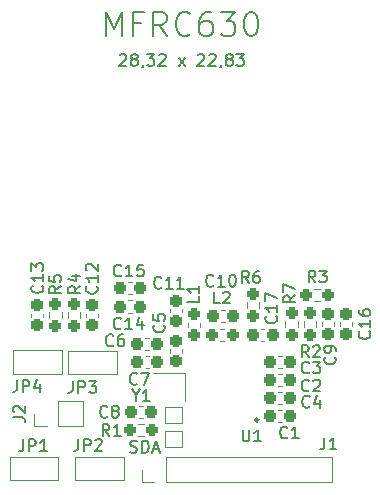
<source format=gto>
G04 #@! TF.GenerationSoftware,KiCad,Pcbnew,7.0.9*
G04 #@! TF.CreationDate,2024-04-03T14:15:52+02:00*
G04 #@! TF.ProjectId,NFC_Programmer,4e46435f-5072-46f6-9772-616d6d65722e,3.0*
G04 #@! TF.SameCoordinates,Original*
G04 #@! TF.FileFunction,Legend,Top*
G04 #@! TF.FilePolarity,Positive*
%FSLAX46Y46*%
G04 Gerber Fmt 4.6, Leading zero omitted, Abs format (unit mm)*
G04 Created by KiCad (PCBNEW 7.0.9) date 2024-04-03 14:15:52*
%MOMM*%
%LPD*%
G01*
G04 APERTURE LIST*
G04 Aperture macros list*
%AMRoundRect*
0 Rectangle with rounded corners*
0 $1 Rounding radius*
0 $2 $3 $4 $5 $6 $7 $8 $9 X,Y pos of 4 corners*
0 Add a 4 corners polygon primitive as box body*
4,1,4,$2,$3,$4,$5,$6,$7,$8,$9,$2,$3,0*
0 Add four circle primitives for the rounded corners*
1,1,$1+$1,$2,$3*
1,1,$1+$1,$4,$5*
1,1,$1+$1,$6,$7*
1,1,$1+$1,$8,$9*
0 Add four rect primitives between the rounded corners*
20,1,$1+$1,$2,$3,$4,$5,0*
20,1,$1+$1,$4,$5,$6,$7,0*
20,1,$1+$1,$6,$7,$8,$9,0*
20,1,$1+$1,$8,$9,$2,$3,0*%
G04 Aperture macros list end*
%ADD10C,0.153000*%
%ADD11C,0.120000*%
%ADD12C,0.250000*%
%ADD13RoundRect,0.237500X-0.237500X0.250000X-0.237500X-0.250000X0.237500X-0.250000X0.237500X0.250000X0*%
%ADD14RoundRect,0.237500X0.300000X0.237500X-0.300000X0.237500X-0.300000X-0.237500X0.300000X-0.237500X0*%
%ADD15RoundRect,0.237500X0.237500X-0.250000X0.237500X0.250000X-0.237500X0.250000X-0.237500X-0.250000X0*%
%ADD16R,1.000000X1.500000*%
%ADD17C,3.000000*%
%ADD18R,1.000000X1.000000*%
%ADD19R,1.350000X1.350000*%
%ADD20O,1.350000X1.350000*%
%ADD21RoundRect,0.237500X0.237500X-0.287500X0.237500X0.287500X-0.237500X0.287500X-0.237500X-0.287500X0*%
%ADD22R,0.900000X0.800000*%
%ADD23RoundRect,0.237500X0.237500X-0.300000X0.237500X0.300000X-0.237500X0.300000X-0.237500X-0.300000X0*%
%ADD24RoundRect,0.237500X-0.237500X0.300000X-0.237500X-0.300000X0.237500X-0.300000X0.237500X0.300000X0*%
%ADD25R,0.850000X0.300000*%
%ADD26R,0.300000X0.850000*%
%ADD27R,3.250000X3.250000*%
%ADD28RoundRect,0.237500X-0.300000X-0.237500X0.300000X-0.237500X0.300000X0.237500X-0.300000X0.237500X0*%
%ADD29RoundRect,0.237500X-0.250000X-0.237500X0.250000X-0.237500X0.250000X0.237500X-0.250000X0.237500X0*%
%ADD30RoundRect,0.237500X-0.287500X-0.237500X0.287500X-0.237500X0.287500X0.237500X-0.287500X0.237500X0*%
%ADD31RoundRect,0.237500X0.250000X0.237500X-0.250000X0.237500X-0.250000X-0.237500X0.250000X-0.237500X0*%
G04 APERTURE END LIST*
D10*
X134711133Y-72684901D02*
X134758752Y-72637282D01*
X134758752Y-72637282D02*
X134853990Y-72589663D01*
X134853990Y-72589663D02*
X135092085Y-72589663D01*
X135092085Y-72589663D02*
X135187323Y-72637282D01*
X135187323Y-72637282D02*
X135234942Y-72684901D01*
X135234942Y-72684901D02*
X135282561Y-72780139D01*
X135282561Y-72780139D02*
X135282561Y-72875377D01*
X135282561Y-72875377D02*
X135234942Y-73018234D01*
X135234942Y-73018234D02*
X134663514Y-73589663D01*
X134663514Y-73589663D02*
X135282561Y-73589663D01*
X135853990Y-73018234D02*
X135758752Y-72970615D01*
X135758752Y-72970615D02*
X135711133Y-72922996D01*
X135711133Y-72922996D02*
X135663514Y-72827758D01*
X135663514Y-72827758D02*
X135663514Y-72780139D01*
X135663514Y-72780139D02*
X135711133Y-72684901D01*
X135711133Y-72684901D02*
X135758752Y-72637282D01*
X135758752Y-72637282D02*
X135853990Y-72589663D01*
X135853990Y-72589663D02*
X136044466Y-72589663D01*
X136044466Y-72589663D02*
X136139704Y-72637282D01*
X136139704Y-72637282D02*
X136187323Y-72684901D01*
X136187323Y-72684901D02*
X136234942Y-72780139D01*
X136234942Y-72780139D02*
X136234942Y-72827758D01*
X136234942Y-72827758D02*
X136187323Y-72922996D01*
X136187323Y-72922996D02*
X136139704Y-72970615D01*
X136139704Y-72970615D02*
X136044466Y-73018234D01*
X136044466Y-73018234D02*
X135853990Y-73018234D01*
X135853990Y-73018234D02*
X135758752Y-73065853D01*
X135758752Y-73065853D02*
X135711133Y-73113472D01*
X135711133Y-73113472D02*
X135663514Y-73208710D01*
X135663514Y-73208710D02*
X135663514Y-73399186D01*
X135663514Y-73399186D02*
X135711133Y-73494424D01*
X135711133Y-73494424D02*
X135758752Y-73542044D01*
X135758752Y-73542044D02*
X135853990Y-73589663D01*
X135853990Y-73589663D02*
X136044466Y-73589663D01*
X136044466Y-73589663D02*
X136139704Y-73542044D01*
X136139704Y-73542044D02*
X136187323Y-73494424D01*
X136187323Y-73494424D02*
X136234942Y-73399186D01*
X136234942Y-73399186D02*
X136234942Y-73208710D01*
X136234942Y-73208710D02*
X136187323Y-73113472D01*
X136187323Y-73113472D02*
X136139704Y-73065853D01*
X136139704Y-73065853D02*
X136044466Y-73018234D01*
X136711133Y-73542044D02*
X136711133Y-73589663D01*
X136711133Y-73589663D02*
X136663514Y-73684901D01*
X136663514Y-73684901D02*
X136615895Y-73732520D01*
X137044466Y-72589663D02*
X137663513Y-72589663D01*
X137663513Y-72589663D02*
X137330180Y-72970615D01*
X137330180Y-72970615D02*
X137473037Y-72970615D01*
X137473037Y-72970615D02*
X137568275Y-73018234D01*
X137568275Y-73018234D02*
X137615894Y-73065853D01*
X137615894Y-73065853D02*
X137663513Y-73161091D01*
X137663513Y-73161091D02*
X137663513Y-73399186D01*
X137663513Y-73399186D02*
X137615894Y-73494424D01*
X137615894Y-73494424D02*
X137568275Y-73542044D01*
X137568275Y-73542044D02*
X137473037Y-73589663D01*
X137473037Y-73589663D02*
X137187323Y-73589663D01*
X137187323Y-73589663D02*
X137092085Y-73542044D01*
X137092085Y-73542044D02*
X137044466Y-73494424D01*
X138044466Y-72684901D02*
X138092085Y-72637282D01*
X138092085Y-72637282D02*
X138187323Y-72589663D01*
X138187323Y-72589663D02*
X138425418Y-72589663D01*
X138425418Y-72589663D02*
X138520656Y-72637282D01*
X138520656Y-72637282D02*
X138568275Y-72684901D01*
X138568275Y-72684901D02*
X138615894Y-72780139D01*
X138615894Y-72780139D02*
X138615894Y-72875377D01*
X138615894Y-72875377D02*
X138568275Y-73018234D01*
X138568275Y-73018234D02*
X137996847Y-73589663D01*
X137996847Y-73589663D02*
X138615894Y-73589663D01*
X139711133Y-73589663D02*
X140234942Y-72922996D01*
X139711133Y-72922996D02*
X140234942Y-73589663D01*
X141330181Y-72684901D02*
X141377800Y-72637282D01*
X141377800Y-72637282D02*
X141473038Y-72589663D01*
X141473038Y-72589663D02*
X141711133Y-72589663D01*
X141711133Y-72589663D02*
X141806371Y-72637282D01*
X141806371Y-72637282D02*
X141853990Y-72684901D01*
X141853990Y-72684901D02*
X141901609Y-72780139D01*
X141901609Y-72780139D02*
X141901609Y-72875377D01*
X141901609Y-72875377D02*
X141853990Y-73018234D01*
X141853990Y-73018234D02*
X141282562Y-73589663D01*
X141282562Y-73589663D02*
X141901609Y-73589663D01*
X142282562Y-72684901D02*
X142330181Y-72637282D01*
X142330181Y-72637282D02*
X142425419Y-72589663D01*
X142425419Y-72589663D02*
X142663514Y-72589663D01*
X142663514Y-72589663D02*
X142758752Y-72637282D01*
X142758752Y-72637282D02*
X142806371Y-72684901D01*
X142806371Y-72684901D02*
X142853990Y-72780139D01*
X142853990Y-72780139D02*
X142853990Y-72875377D01*
X142853990Y-72875377D02*
X142806371Y-73018234D01*
X142806371Y-73018234D02*
X142234943Y-73589663D01*
X142234943Y-73589663D02*
X142853990Y-73589663D01*
X143330181Y-73542044D02*
X143330181Y-73589663D01*
X143330181Y-73589663D02*
X143282562Y-73684901D01*
X143282562Y-73684901D02*
X143234943Y-73732520D01*
X143901609Y-73018234D02*
X143806371Y-72970615D01*
X143806371Y-72970615D02*
X143758752Y-72922996D01*
X143758752Y-72922996D02*
X143711133Y-72827758D01*
X143711133Y-72827758D02*
X143711133Y-72780139D01*
X143711133Y-72780139D02*
X143758752Y-72684901D01*
X143758752Y-72684901D02*
X143806371Y-72637282D01*
X143806371Y-72637282D02*
X143901609Y-72589663D01*
X143901609Y-72589663D02*
X144092085Y-72589663D01*
X144092085Y-72589663D02*
X144187323Y-72637282D01*
X144187323Y-72637282D02*
X144234942Y-72684901D01*
X144234942Y-72684901D02*
X144282561Y-72780139D01*
X144282561Y-72780139D02*
X144282561Y-72827758D01*
X144282561Y-72827758D02*
X144234942Y-72922996D01*
X144234942Y-72922996D02*
X144187323Y-72970615D01*
X144187323Y-72970615D02*
X144092085Y-73018234D01*
X144092085Y-73018234D02*
X143901609Y-73018234D01*
X143901609Y-73018234D02*
X143806371Y-73065853D01*
X143806371Y-73065853D02*
X143758752Y-73113472D01*
X143758752Y-73113472D02*
X143711133Y-73208710D01*
X143711133Y-73208710D02*
X143711133Y-73399186D01*
X143711133Y-73399186D02*
X143758752Y-73494424D01*
X143758752Y-73494424D02*
X143806371Y-73542044D01*
X143806371Y-73542044D02*
X143901609Y-73589663D01*
X143901609Y-73589663D02*
X144092085Y-73589663D01*
X144092085Y-73589663D02*
X144187323Y-73542044D01*
X144187323Y-73542044D02*
X144234942Y-73494424D01*
X144234942Y-73494424D02*
X144282561Y-73399186D01*
X144282561Y-73399186D02*
X144282561Y-73208710D01*
X144282561Y-73208710D02*
X144234942Y-73113472D01*
X144234942Y-73113472D02*
X144187323Y-73065853D01*
X144187323Y-73065853D02*
X144092085Y-73018234D01*
X144615895Y-72589663D02*
X145234942Y-72589663D01*
X145234942Y-72589663D02*
X144901609Y-72970615D01*
X144901609Y-72970615D02*
X145044466Y-72970615D01*
X145044466Y-72970615D02*
X145139704Y-73018234D01*
X145139704Y-73018234D02*
X145187323Y-73065853D01*
X145187323Y-73065853D02*
X145234942Y-73161091D01*
X145234942Y-73161091D02*
X145234942Y-73399186D01*
X145234942Y-73399186D02*
X145187323Y-73494424D01*
X145187323Y-73494424D02*
X145139704Y-73542044D01*
X145139704Y-73542044D02*
X145044466Y-73589663D01*
X145044466Y-73589663D02*
X144758752Y-73589663D01*
X144758752Y-73589663D02*
X144663514Y-73542044D01*
X144663514Y-73542044D02*
X144615895Y-73494424D01*
X133566847Y-71047282D02*
X133566847Y-69047282D01*
X133566847Y-69047282D02*
X134233514Y-70475853D01*
X134233514Y-70475853D02*
X134900180Y-69047282D01*
X134900180Y-69047282D02*
X134900180Y-71047282D01*
X136519228Y-69999663D02*
X135852561Y-69999663D01*
X135852561Y-71047282D02*
X135852561Y-69047282D01*
X135852561Y-69047282D02*
X136804942Y-69047282D01*
X138709704Y-71047282D02*
X138043037Y-70094901D01*
X137566847Y-71047282D02*
X137566847Y-69047282D01*
X137566847Y-69047282D02*
X138328752Y-69047282D01*
X138328752Y-69047282D02*
X138519228Y-69142520D01*
X138519228Y-69142520D02*
X138614466Y-69237758D01*
X138614466Y-69237758D02*
X138709704Y-69428234D01*
X138709704Y-69428234D02*
X138709704Y-69713948D01*
X138709704Y-69713948D02*
X138614466Y-69904424D01*
X138614466Y-69904424D02*
X138519228Y-69999663D01*
X138519228Y-69999663D02*
X138328752Y-70094901D01*
X138328752Y-70094901D02*
X137566847Y-70094901D01*
X140709704Y-70856805D02*
X140614466Y-70952044D01*
X140614466Y-70952044D02*
X140328752Y-71047282D01*
X140328752Y-71047282D02*
X140138276Y-71047282D01*
X140138276Y-71047282D02*
X139852561Y-70952044D01*
X139852561Y-70952044D02*
X139662085Y-70761567D01*
X139662085Y-70761567D02*
X139566847Y-70571091D01*
X139566847Y-70571091D02*
X139471609Y-70190139D01*
X139471609Y-70190139D02*
X139471609Y-69904424D01*
X139471609Y-69904424D02*
X139566847Y-69523472D01*
X139566847Y-69523472D02*
X139662085Y-69332996D01*
X139662085Y-69332996D02*
X139852561Y-69142520D01*
X139852561Y-69142520D02*
X140138276Y-69047282D01*
X140138276Y-69047282D02*
X140328752Y-69047282D01*
X140328752Y-69047282D02*
X140614466Y-69142520D01*
X140614466Y-69142520D02*
X140709704Y-69237758D01*
X142423990Y-69047282D02*
X142043037Y-69047282D01*
X142043037Y-69047282D02*
X141852561Y-69142520D01*
X141852561Y-69142520D02*
X141757323Y-69237758D01*
X141757323Y-69237758D02*
X141566847Y-69523472D01*
X141566847Y-69523472D02*
X141471609Y-69904424D01*
X141471609Y-69904424D02*
X141471609Y-70666329D01*
X141471609Y-70666329D02*
X141566847Y-70856805D01*
X141566847Y-70856805D02*
X141662085Y-70952044D01*
X141662085Y-70952044D02*
X141852561Y-71047282D01*
X141852561Y-71047282D02*
X142233514Y-71047282D01*
X142233514Y-71047282D02*
X142423990Y-70952044D01*
X142423990Y-70952044D02*
X142519228Y-70856805D01*
X142519228Y-70856805D02*
X142614466Y-70666329D01*
X142614466Y-70666329D02*
X142614466Y-70190139D01*
X142614466Y-70190139D02*
X142519228Y-69999663D01*
X142519228Y-69999663D02*
X142423990Y-69904424D01*
X142423990Y-69904424D02*
X142233514Y-69809186D01*
X142233514Y-69809186D02*
X141852561Y-69809186D01*
X141852561Y-69809186D02*
X141662085Y-69904424D01*
X141662085Y-69904424D02*
X141566847Y-69999663D01*
X141566847Y-69999663D02*
X141471609Y-70190139D01*
X143281133Y-69047282D02*
X144519228Y-69047282D01*
X144519228Y-69047282D02*
X143852561Y-69809186D01*
X143852561Y-69809186D02*
X144138276Y-69809186D01*
X144138276Y-69809186D02*
X144328752Y-69904424D01*
X144328752Y-69904424D02*
X144423990Y-69999663D01*
X144423990Y-69999663D02*
X144519228Y-70190139D01*
X144519228Y-70190139D02*
X144519228Y-70666329D01*
X144519228Y-70666329D02*
X144423990Y-70856805D01*
X144423990Y-70856805D02*
X144328752Y-70952044D01*
X144328752Y-70952044D02*
X144138276Y-71047282D01*
X144138276Y-71047282D02*
X143566847Y-71047282D01*
X143566847Y-71047282D02*
X143376371Y-70952044D01*
X143376371Y-70952044D02*
X143281133Y-70856805D01*
X145757323Y-69047282D02*
X145947800Y-69047282D01*
X145947800Y-69047282D02*
X146138276Y-69142520D01*
X146138276Y-69142520D02*
X146233514Y-69237758D01*
X146233514Y-69237758D02*
X146328752Y-69428234D01*
X146328752Y-69428234D02*
X146423990Y-69809186D01*
X146423990Y-69809186D02*
X146423990Y-70285377D01*
X146423990Y-70285377D02*
X146328752Y-70666329D01*
X146328752Y-70666329D02*
X146233514Y-70856805D01*
X146233514Y-70856805D02*
X146138276Y-70952044D01*
X146138276Y-70952044D02*
X145947800Y-71047282D01*
X145947800Y-71047282D02*
X145757323Y-71047282D01*
X145757323Y-71047282D02*
X145566847Y-70952044D01*
X145566847Y-70952044D02*
X145471609Y-70856805D01*
X145471609Y-70856805D02*
X145376371Y-70666329D01*
X145376371Y-70666329D02*
X145281133Y-70285377D01*
X145281133Y-70285377D02*
X145281133Y-69809186D01*
X145281133Y-69809186D02*
X145376371Y-69428234D01*
X145376371Y-69428234D02*
X145471609Y-69237758D01*
X145471609Y-69237758D02*
X145566847Y-69142520D01*
X145566847Y-69142520D02*
X145757323Y-69047282D01*
X150728333Y-98264663D02*
X150395000Y-97788472D01*
X150156905Y-98264663D02*
X150156905Y-97264663D01*
X150156905Y-97264663D02*
X150537857Y-97264663D01*
X150537857Y-97264663D02*
X150633095Y-97312282D01*
X150633095Y-97312282D02*
X150680714Y-97359901D01*
X150680714Y-97359901D02*
X150728333Y-97455139D01*
X150728333Y-97455139D02*
X150728333Y-97597996D01*
X150728333Y-97597996D02*
X150680714Y-97693234D01*
X150680714Y-97693234D02*
X150633095Y-97740853D01*
X150633095Y-97740853D02*
X150537857Y-97788472D01*
X150537857Y-97788472D02*
X150156905Y-97788472D01*
X151109286Y-97359901D02*
X151156905Y-97312282D01*
X151156905Y-97312282D02*
X151252143Y-97264663D01*
X151252143Y-97264663D02*
X151490238Y-97264663D01*
X151490238Y-97264663D02*
X151585476Y-97312282D01*
X151585476Y-97312282D02*
X151633095Y-97359901D01*
X151633095Y-97359901D02*
X151680714Y-97455139D01*
X151680714Y-97455139D02*
X151680714Y-97550377D01*
X151680714Y-97550377D02*
X151633095Y-97693234D01*
X151633095Y-97693234D02*
X151061667Y-98264663D01*
X151061667Y-98264663D02*
X151680714Y-98264663D01*
X147963674Y-94782857D02*
X148011294Y-94830476D01*
X148011294Y-94830476D02*
X148058913Y-94973333D01*
X148058913Y-94973333D02*
X148058913Y-95068571D01*
X148058913Y-95068571D02*
X148011294Y-95211428D01*
X148011294Y-95211428D02*
X147916055Y-95306666D01*
X147916055Y-95306666D02*
X147820817Y-95354285D01*
X147820817Y-95354285D02*
X147630341Y-95401904D01*
X147630341Y-95401904D02*
X147487484Y-95401904D01*
X147487484Y-95401904D02*
X147297008Y-95354285D01*
X147297008Y-95354285D02*
X147201770Y-95306666D01*
X147201770Y-95306666D02*
X147106532Y-95211428D01*
X147106532Y-95211428D02*
X147058913Y-95068571D01*
X147058913Y-95068571D02*
X147058913Y-94973333D01*
X147058913Y-94973333D02*
X147106532Y-94830476D01*
X147106532Y-94830476D02*
X147154151Y-94782857D01*
X148058913Y-93830476D02*
X148058913Y-94401904D01*
X148058913Y-94116190D02*
X147058913Y-94116190D01*
X147058913Y-94116190D02*
X147201770Y-94211428D01*
X147201770Y-94211428D02*
X147297008Y-94306666D01*
X147297008Y-94306666D02*
X147344627Y-94401904D01*
X147058913Y-93497142D02*
X147058913Y-92830476D01*
X147058913Y-92830476D02*
X148058913Y-93259047D01*
X145657583Y-91974663D02*
X145324250Y-91498472D01*
X145086155Y-91974663D02*
X145086155Y-90974663D01*
X145086155Y-90974663D02*
X145467107Y-90974663D01*
X145467107Y-90974663D02*
X145562345Y-91022282D01*
X145562345Y-91022282D02*
X145609964Y-91069901D01*
X145609964Y-91069901D02*
X145657583Y-91165139D01*
X145657583Y-91165139D02*
X145657583Y-91307996D01*
X145657583Y-91307996D02*
X145609964Y-91403234D01*
X145609964Y-91403234D02*
X145562345Y-91450853D01*
X145562345Y-91450853D02*
X145467107Y-91498472D01*
X145467107Y-91498472D02*
X145086155Y-91498472D01*
X146514726Y-90974663D02*
X146324250Y-90974663D01*
X146324250Y-90974663D02*
X146229012Y-91022282D01*
X146229012Y-91022282D02*
X146181393Y-91069901D01*
X146181393Y-91069901D02*
X146086155Y-91212758D01*
X146086155Y-91212758D02*
X146038536Y-91403234D01*
X146038536Y-91403234D02*
X146038536Y-91784186D01*
X146038536Y-91784186D02*
X146086155Y-91879424D01*
X146086155Y-91879424D02*
X146133774Y-91927044D01*
X146133774Y-91927044D02*
X146229012Y-91974663D01*
X146229012Y-91974663D02*
X146419488Y-91974663D01*
X146419488Y-91974663D02*
X146514726Y-91927044D01*
X146514726Y-91927044D02*
X146562345Y-91879424D01*
X146562345Y-91879424D02*
X146609964Y-91784186D01*
X146609964Y-91784186D02*
X146609964Y-91546091D01*
X146609964Y-91546091D02*
X146562345Y-91450853D01*
X146562345Y-91450853D02*
X146514726Y-91403234D01*
X146514726Y-91403234D02*
X146419488Y-91355615D01*
X146419488Y-91355615D02*
X146229012Y-91355615D01*
X146229012Y-91355615D02*
X146133774Y-91403234D01*
X146133774Y-91403234D02*
X146086155Y-91450853D01*
X146086155Y-91450853D02*
X146038536Y-91546091D01*
X130751666Y-100284663D02*
X130751666Y-100998948D01*
X130751666Y-100998948D02*
X130704047Y-101141805D01*
X130704047Y-101141805D02*
X130608809Y-101237044D01*
X130608809Y-101237044D02*
X130465952Y-101284663D01*
X130465952Y-101284663D02*
X130370714Y-101284663D01*
X131227857Y-101284663D02*
X131227857Y-100284663D01*
X131227857Y-100284663D02*
X131608809Y-100284663D01*
X131608809Y-100284663D02*
X131704047Y-100332282D01*
X131704047Y-100332282D02*
X131751666Y-100379901D01*
X131751666Y-100379901D02*
X131799285Y-100475139D01*
X131799285Y-100475139D02*
X131799285Y-100617996D01*
X131799285Y-100617996D02*
X131751666Y-100713234D01*
X131751666Y-100713234D02*
X131704047Y-100760853D01*
X131704047Y-100760853D02*
X131608809Y-100808472D01*
X131608809Y-100808472D02*
X131227857Y-100808472D01*
X132132619Y-100284663D02*
X132751666Y-100284663D01*
X132751666Y-100284663D02*
X132418333Y-100665615D01*
X132418333Y-100665615D02*
X132561190Y-100665615D01*
X132561190Y-100665615D02*
X132656428Y-100713234D01*
X132656428Y-100713234D02*
X132704047Y-100760853D01*
X132704047Y-100760853D02*
X132751666Y-100856091D01*
X132751666Y-100856091D02*
X132751666Y-101094186D01*
X132751666Y-101094186D02*
X132704047Y-101189424D01*
X132704047Y-101189424D02*
X132656428Y-101237044D01*
X132656428Y-101237044D02*
X132561190Y-101284663D01*
X132561190Y-101284663D02*
X132275476Y-101284663D01*
X132275476Y-101284663D02*
X132180238Y-101237044D01*
X132180238Y-101237044D02*
X132132619Y-101189424D01*
X134173333Y-97239424D02*
X134125714Y-97287044D01*
X134125714Y-97287044D02*
X133982857Y-97334663D01*
X133982857Y-97334663D02*
X133887619Y-97334663D01*
X133887619Y-97334663D02*
X133744762Y-97287044D01*
X133744762Y-97287044D02*
X133649524Y-97191805D01*
X133649524Y-97191805D02*
X133601905Y-97096567D01*
X133601905Y-97096567D02*
X133554286Y-96906091D01*
X133554286Y-96906091D02*
X133554286Y-96763234D01*
X133554286Y-96763234D02*
X133601905Y-96572758D01*
X133601905Y-96572758D02*
X133649524Y-96477520D01*
X133649524Y-96477520D02*
X133744762Y-96382282D01*
X133744762Y-96382282D02*
X133887619Y-96334663D01*
X133887619Y-96334663D02*
X133982857Y-96334663D01*
X133982857Y-96334663D02*
X134125714Y-96382282D01*
X134125714Y-96382282D02*
X134173333Y-96429901D01*
X135030476Y-96334663D02*
X134840000Y-96334663D01*
X134840000Y-96334663D02*
X134744762Y-96382282D01*
X134744762Y-96382282D02*
X134697143Y-96429901D01*
X134697143Y-96429901D02*
X134601905Y-96572758D01*
X134601905Y-96572758D02*
X134554286Y-96763234D01*
X134554286Y-96763234D02*
X134554286Y-97144186D01*
X134554286Y-97144186D02*
X134601905Y-97239424D01*
X134601905Y-97239424D02*
X134649524Y-97287044D01*
X134649524Y-97287044D02*
X134744762Y-97334663D01*
X134744762Y-97334663D02*
X134935238Y-97334663D01*
X134935238Y-97334663D02*
X135030476Y-97287044D01*
X135030476Y-97287044D02*
X135078095Y-97239424D01*
X135078095Y-97239424D02*
X135125714Y-97144186D01*
X135125714Y-97144186D02*
X135125714Y-96906091D01*
X135125714Y-96906091D02*
X135078095Y-96810853D01*
X135078095Y-96810853D02*
X135030476Y-96763234D01*
X135030476Y-96763234D02*
X134935238Y-96715615D01*
X134935238Y-96715615D02*
X134744762Y-96715615D01*
X134744762Y-96715615D02*
X134649524Y-96763234D01*
X134649524Y-96763234D02*
X134601905Y-96810853D01*
X134601905Y-96810853D02*
X134554286Y-96906091D01*
X125714663Y-103353333D02*
X126428948Y-103353333D01*
X126428948Y-103353333D02*
X126571805Y-103400952D01*
X126571805Y-103400952D02*
X126667044Y-103496190D01*
X126667044Y-103496190D02*
X126714663Y-103639047D01*
X126714663Y-103639047D02*
X126714663Y-103734285D01*
X125809901Y-102924761D02*
X125762282Y-102877142D01*
X125762282Y-102877142D02*
X125714663Y-102781904D01*
X125714663Y-102781904D02*
X125714663Y-102543809D01*
X125714663Y-102543809D02*
X125762282Y-102448571D01*
X125762282Y-102448571D02*
X125809901Y-102400952D01*
X125809901Y-102400952D02*
X125905139Y-102353333D01*
X125905139Y-102353333D02*
X126000377Y-102353333D01*
X126000377Y-102353333D02*
X126143234Y-102400952D01*
X126143234Y-102400952D02*
X126714663Y-102972380D01*
X126714663Y-102972380D02*
X126714663Y-102353333D01*
X141448913Y-93101666D02*
X141448913Y-93577856D01*
X141448913Y-93577856D02*
X140448913Y-93577856D01*
X141448913Y-92244523D02*
X141448913Y-92815951D01*
X141448913Y-92530237D02*
X140448913Y-92530237D01*
X140448913Y-92530237D02*
X140591770Y-92625475D01*
X140591770Y-92625475D02*
X140687008Y-92720713D01*
X140687008Y-92720713D02*
X140734627Y-92815951D01*
X134827142Y-95809424D02*
X134779523Y-95857044D01*
X134779523Y-95857044D02*
X134636666Y-95904663D01*
X134636666Y-95904663D02*
X134541428Y-95904663D01*
X134541428Y-95904663D02*
X134398571Y-95857044D01*
X134398571Y-95857044D02*
X134303333Y-95761805D01*
X134303333Y-95761805D02*
X134255714Y-95666567D01*
X134255714Y-95666567D02*
X134208095Y-95476091D01*
X134208095Y-95476091D02*
X134208095Y-95333234D01*
X134208095Y-95333234D02*
X134255714Y-95142758D01*
X134255714Y-95142758D02*
X134303333Y-95047520D01*
X134303333Y-95047520D02*
X134398571Y-94952282D01*
X134398571Y-94952282D02*
X134541428Y-94904663D01*
X134541428Y-94904663D02*
X134636666Y-94904663D01*
X134636666Y-94904663D02*
X134779523Y-94952282D01*
X134779523Y-94952282D02*
X134827142Y-94999901D01*
X135779523Y-95904663D02*
X135208095Y-95904663D01*
X135493809Y-95904663D02*
X135493809Y-94904663D01*
X135493809Y-94904663D02*
X135398571Y-95047520D01*
X135398571Y-95047520D02*
X135303333Y-95142758D01*
X135303333Y-95142758D02*
X135208095Y-95190377D01*
X136636666Y-95237996D02*
X136636666Y-95904663D01*
X136398571Y-94857044D02*
X136160476Y-95571329D01*
X136160476Y-95571329D02*
X136779523Y-95571329D01*
X136085559Y-101498472D02*
X136085559Y-101974663D01*
X135752226Y-100974663D02*
X136085559Y-101498472D01*
X136085559Y-101498472D02*
X136418892Y-100974663D01*
X137276035Y-101974663D02*
X136704607Y-101974663D01*
X136990321Y-101974663D02*
X136990321Y-100974663D01*
X136990321Y-100974663D02*
X136895083Y-101117520D01*
X136895083Y-101117520D02*
X136799845Y-101212758D01*
X136799845Y-101212758D02*
X136704607Y-101260377D01*
X138454424Y-95536666D02*
X138502044Y-95584285D01*
X138502044Y-95584285D02*
X138549663Y-95727142D01*
X138549663Y-95727142D02*
X138549663Y-95822380D01*
X138549663Y-95822380D02*
X138502044Y-95965237D01*
X138502044Y-95965237D02*
X138406805Y-96060475D01*
X138406805Y-96060475D02*
X138311567Y-96108094D01*
X138311567Y-96108094D02*
X138121091Y-96155713D01*
X138121091Y-96155713D02*
X137978234Y-96155713D01*
X137978234Y-96155713D02*
X137787758Y-96108094D01*
X137787758Y-96108094D02*
X137692520Y-96060475D01*
X137692520Y-96060475D02*
X137597282Y-95965237D01*
X137597282Y-95965237D02*
X137549663Y-95822380D01*
X137549663Y-95822380D02*
X137549663Y-95727142D01*
X137549663Y-95727142D02*
X137597282Y-95584285D01*
X137597282Y-95584285D02*
X137644901Y-95536666D01*
X137549663Y-94631904D02*
X137549663Y-95108094D01*
X137549663Y-95108094D02*
X138025853Y-95155713D01*
X138025853Y-95155713D02*
X137978234Y-95108094D01*
X137978234Y-95108094D02*
X137930615Y-95012856D01*
X137930615Y-95012856D02*
X137930615Y-94774761D01*
X137930615Y-94774761D02*
X137978234Y-94679523D01*
X137978234Y-94679523D02*
X138025853Y-94631904D01*
X138025853Y-94631904D02*
X138121091Y-94584285D01*
X138121091Y-94584285D02*
X138359186Y-94584285D01*
X138359186Y-94584285D02*
X138454424Y-94631904D01*
X138454424Y-94631904D02*
X138502044Y-94679523D01*
X138502044Y-94679523D02*
X138549663Y-94774761D01*
X138549663Y-94774761D02*
X138549663Y-95012856D01*
X138549663Y-95012856D02*
X138502044Y-95108094D01*
X138502044Y-95108094D02*
X138454424Y-95155713D01*
X138251392Y-92359424D02*
X138203773Y-92407044D01*
X138203773Y-92407044D02*
X138060916Y-92454663D01*
X138060916Y-92454663D02*
X137965678Y-92454663D01*
X137965678Y-92454663D02*
X137822821Y-92407044D01*
X137822821Y-92407044D02*
X137727583Y-92311805D01*
X137727583Y-92311805D02*
X137679964Y-92216567D01*
X137679964Y-92216567D02*
X137632345Y-92026091D01*
X137632345Y-92026091D02*
X137632345Y-91883234D01*
X137632345Y-91883234D02*
X137679964Y-91692758D01*
X137679964Y-91692758D02*
X137727583Y-91597520D01*
X137727583Y-91597520D02*
X137822821Y-91502282D01*
X137822821Y-91502282D02*
X137965678Y-91454663D01*
X137965678Y-91454663D02*
X138060916Y-91454663D01*
X138060916Y-91454663D02*
X138203773Y-91502282D01*
X138203773Y-91502282D02*
X138251392Y-91549901D01*
X139203773Y-92454663D02*
X138632345Y-92454663D01*
X138918059Y-92454663D02*
X138918059Y-91454663D01*
X138918059Y-91454663D02*
X138822821Y-91597520D01*
X138822821Y-91597520D02*
X138727583Y-91692758D01*
X138727583Y-91692758D02*
X138632345Y-91740377D01*
X140156154Y-92454663D02*
X139584726Y-92454663D01*
X139870440Y-92454663D02*
X139870440Y-91454663D01*
X139870440Y-91454663D02*
X139775202Y-91597520D01*
X139775202Y-91597520D02*
X139679964Y-91692758D01*
X139679964Y-91692758D02*
X139584726Y-91740377D01*
X145128095Y-104384663D02*
X145128095Y-105194186D01*
X145128095Y-105194186D02*
X145175714Y-105289424D01*
X145175714Y-105289424D02*
X145223333Y-105337044D01*
X145223333Y-105337044D02*
X145318571Y-105384663D01*
X145318571Y-105384663D02*
X145509047Y-105384663D01*
X145509047Y-105384663D02*
X145604285Y-105337044D01*
X145604285Y-105337044D02*
X145651904Y-105289424D01*
X145651904Y-105289424D02*
X145699523Y-105194186D01*
X145699523Y-105194186D02*
X145699523Y-104384663D01*
X146699523Y-105384663D02*
X146128095Y-105384663D01*
X146413809Y-105384663D02*
X146413809Y-104384663D01*
X146413809Y-104384663D02*
X146318571Y-104527520D01*
X146318571Y-104527520D02*
X146223333Y-104622758D01*
X146223333Y-104622758D02*
X146128095Y-104670377D01*
X152066666Y-105074663D02*
X152066666Y-105788948D01*
X152066666Y-105788948D02*
X152019047Y-105931805D01*
X152019047Y-105931805D02*
X151923809Y-106027044D01*
X151923809Y-106027044D02*
X151780952Y-106074663D01*
X151780952Y-106074663D02*
X151685714Y-106074663D01*
X153066666Y-106074663D02*
X152495238Y-106074663D01*
X152780952Y-106074663D02*
X152780952Y-105074663D01*
X152780952Y-105074663D02*
X152685714Y-105217520D01*
X152685714Y-105217520D02*
X152590476Y-105312758D01*
X152590476Y-105312758D02*
X152495238Y-105360377D01*
X131389663Y-92229166D02*
X130913472Y-92562499D01*
X131389663Y-92800594D02*
X130389663Y-92800594D01*
X130389663Y-92800594D02*
X130389663Y-92419642D01*
X130389663Y-92419642D02*
X130437282Y-92324404D01*
X130437282Y-92324404D02*
X130484901Y-92276785D01*
X130484901Y-92276785D02*
X130580139Y-92229166D01*
X130580139Y-92229166D02*
X130722996Y-92229166D01*
X130722996Y-92229166D02*
X130818234Y-92276785D01*
X130818234Y-92276785D02*
X130865853Y-92324404D01*
X130865853Y-92324404D02*
X130913472Y-92419642D01*
X130913472Y-92419642D02*
X130913472Y-92800594D01*
X130722996Y-91372023D02*
X131389663Y-91372023D01*
X130342044Y-91610118D02*
X131056329Y-91848213D01*
X131056329Y-91848213D02*
X131056329Y-91229166D01*
X152944424Y-98246666D02*
X152992044Y-98294285D01*
X152992044Y-98294285D02*
X153039663Y-98437142D01*
X153039663Y-98437142D02*
X153039663Y-98532380D01*
X153039663Y-98532380D02*
X152992044Y-98675237D01*
X152992044Y-98675237D02*
X152896805Y-98770475D01*
X152896805Y-98770475D02*
X152801567Y-98818094D01*
X152801567Y-98818094D02*
X152611091Y-98865713D01*
X152611091Y-98865713D02*
X152468234Y-98865713D01*
X152468234Y-98865713D02*
X152277758Y-98818094D01*
X152277758Y-98818094D02*
X152182520Y-98770475D01*
X152182520Y-98770475D02*
X152087282Y-98675237D01*
X152087282Y-98675237D02*
X152039663Y-98532380D01*
X152039663Y-98532380D02*
X152039663Y-98437142D01*
X152039663Y-98437142D02*
X152087282Y-98294285D01*
X152087282Y-98294285D02*
X152134901Y-98246666D01*
X153039663Y-97770475D02*
X153039663Y-97579999D01*
X153039663Y-97579999D02*
X152992044Y-97484761D01*
X152992044Y-97484761D02*
X152944424Y-97437142D01*
X152944424Y-97437142D02*
X152801567Y-97341904D01*
X152801567Y-97341904D02*
X152611091Y-97294285D01*
X152611091Y-97294285D02*
X152230139Y-97294285D01*
X152230139Y-97294285D02*
X152134901Y-97341904D01*
X152134901Y-97341904D02*
X152087282Y-97389523D01*
X152087282Y-97389523D02*
X152039663Y-97484761D01*
X152039663Y-97484761D02*
X152039663Y-97675237D01*
X152039663Y-97675237D02*
X152087282Y-97770475D01*
X152087282Y-97770475D02*
X152134901Y-97818094D01*
X152134901Y-97818094D02*
X152230139Y-97865713D01*
X152230139Y-97865713D02*
X152468234Y-97865713D01*
X152468234Y-97865713D02*
X152563472Y-97818094D01*
X152563472Y-97818094D02*
X152611091Y-97770475D01*
X152611091Y-97770475D02*
X152658710Y-97675237D01*
X152658710Y-97675237D02*
X152658710Y-97484761D01*
X152658710Y-97484761D02*
X152611091Y-97389523D01*
X152611091Y-97389523D02*
X152563472Y-97341904D01*
X152563472Y-97341904D02*
X152468234Y-97294285D01*
X134857142Y-91319424D02*
X134809523Y-91367044D01*
X134809523Y-91367044D02*
X134666666Y-91414663D01*
X134666666Y-91414663D02*
X134571428Y-91414663D01*
X134571428Y-91414663D02*
X134428571Y-91367044D01*
X134428571Y-91367044D02*
X134333333Y-91271805D01*
X134333333Y-91271805D02*
X134285714Y-91176567D01*
X134285714Y-91176567D02*
X134238095Y-90986091D01*
X134238095Y-90986091D02*
X134238095Y-90843234D01*
X134238095Y-90843234D02*
X134285714Y-90652758D01*
X134285714Y-90652758D02*
X134333333Y-90557520D01*
X134333333Y-90557520D02*
X134428571Y-90462282D01*
X134428571Y-90462282D02*
X134571428Y-90414663D01*
X134571428Y-90414663D02*
X134666666Y-90414663D01*
X134666666Y-90414663D02*
X134809523Y-90462282D01*
X134809523Y-90462282D02*
X134857142Y-90509901D01*
X135809523Y-91414663D02*
X135238095Y-91414663D01*
X135523809Y-91414663D02*
X135523809Y-90414663D01*
X135523809Y-90414663D02*
X135428571Y-90557520D01*
X135428571Y-90557520D02*
X135333333Y-90652758D01*
X135333333Y-90652758D02*
X135238095Y-90700377D01*
X136714285Y-90414663D02*
X136238095Y-90414663D01*
X136238095Y-90414663D02*
X136190476Y-90890853D01*
X136190476Y-90890853D02*
X136238095Y-90843234D01*
X136238095Y-90843234D02*
X136333333Y-90795615D01*
X136333333Y-90795615D02*
X136571428Y-90795615D01*
X136571428Y-90795615D02*
X136666666Y-90843234D01*
X136666666Y-90843234D02*
X136714285Y-90890853D01*
X136714285Y-90890853D02*
X136761904Y-90986091D01*
X136761904Y-90986091D02*
X136761904Y-91224186D01*
X136761904Y-91224186D02*
X136714285Y-91319424D01*
X136714285Y-91319424D02*
X136666666Y-91367044D01*
X136666666Y-91367044D02*
X136571428Y-91414663D01*
X136571428Y-91414663D02*
X136333333Y-91414663D01*
X136333333Y-91414663D02*
X136238095Y-91367044D01*
X136238095Y-91367044D02*
X136190476Y-91319424D01*
X150773333Y-99539424D02*
X150725714Y-99587044D01*
X150725714Y-99587044D02*
X150582857Y-99634663D01*
X150582857Y-99634663D02*
X150487619Y-99634663D01*
X150487619Y-99634663D02*
X150344762Y-99587044D01*
X150344762Y-99587044D02*
X150249524Y-99491805D01*
X150249524Y-99491805D02*
X150201905Y-99396567D01*
X150201905Y-99396567D02*
X150154286Y-99206091D01*
X150154286Y-99206091D02*
X150154286Y-99063234D01*
X150154286Y-99063234D02*
X150201905Y-98872758D01*
X150201905Y-98872758D02*
X150249524Y-98777520D01*
X150249524Y-98777520D02*
X150344762Y-98682282D01*
X150344762Y-98682282D02*
X150487619Y-98634663D01*
X150487619Y-98634663D02*
X150582857Y-98634663D01*
X150582857Y-98634663D02*
X150725714Y-98682282D01*
X150725714Y-98682282D02*
X150773333Y-98729901D01*
X151106667Y-98634663D02*
X151725714Y-98634663D01*
X151725714Y-98634663D02*
X151392381Y-99015615D01*
X151392381Y-99015615D02*
X151535238Y-99015615D01*
X151535238Y-99015615D02*
X151630476Y-99063234D01*
X151630476Y-99063234D02*
X151678095Y-99110853D01*
X151678095Y-99110853D02*
X151725714Y-99206091D01*
X151725714Y-99206091D02*
X151725714Y-99444186D01*
X151725714Y-99444186D02*
X151678095Y-99539424D01*
X151678095Y-99539424D02*
X151630476Y-99587044D01*
X151630476Y-99587044D02*
X151535238Y-99634663D01*
X151535238Y-99634663D02*
X151249524Y-99634663D01*
X151249524Y-99634663D02*
X151154286Y-99587044D01*
X151154286Y-99587044D02*
X151106667Y-99539424D01*
X150753333Y-101069424D02*
X150705714Y-101117044D01*
X150705714Y-101117044D02*
X150562857Y-101164663D01*
X150562857Y-101164663D02*
X150467619Y-101164663D01*
X150467619Y-101164663D02*
X150324762Y-101117044D01*
X150324762Y-101117044D02*
X150229524Y-101021805D01*
X150229524Y-101021805D02*
X150181905Y-100926567D01*
X150181905Y-100926567D02*
X150134286Y-100736091D01*
X150134286Y-100736091D02*
X150134286Y-100593234D01*
X150134286Y-100593234D02*
X150181905Y-100402758D01*
X150181905Y-100402758D02*
X150229524Y-100307520D01*
X150229524Y-100307520D02*
X150324762Y-100212282D01*
X150324762Y-100212282D02*
X150467619Y-100164663D01*
X150467619Y-100164663D02*
X150562857Y-100164663D01*
X150562857Y-100164663D02*
X150705714Y-100212282D01*
X150705714Y-100212282D02*
X150753333Y-100259901D01*
X151134286Y-100259901D02*
X151181905Y-100212282D01*
X151181905Y-100212282D02*
X151277143Y-100164663D01*
X151277143Y-100164663D02*
X151515238Y-100164663D01*
X151515238Y-100164663D02*
X151610476Y-100212282D01*
X151610476Y-100212282D02*
X151658095Y-100259901D01*
X151658095Y-100259901D02*
X151705714Y-100355139D01*
X151705714Y-100355139D02*
X151705714Y-100450377D01*
X151705714Y-100450377D02*
X151658095Y-100593234D01*
X151658095Y-100593234D02*
X151086667Y-101164663D01*
X151086667Y-101164663D02*
X151705714Y-101164663D01*
X149589663Y-93036666D02*
X149113472Y-93369999D01*
X149589663Y-93608094D02*
X148589663Y-93608094D01*
X148589663Y-93608094D02*
X148589663Y-93227142D01*
X148589663Y-93227142D02*
X148637282Y-93131904D01*
X148637282Y-93131904D02*
X148684901Y-93084285D01*
X148684901Y-93084285D02*
X148780139Y-93036666D01*
X148780139Y-93036666D02*
X148922996Y-93036666D01*
X148922996Y-93036666D02*
X149018234Y-93084285D01*
X149018234Y-93084285D02*
X149065853Y-93131904D01*
X149065853Y-93131904D02*
X149113472Y-93227142D01*
X149113472Y-93227142D02*
X149113472Y-93608094D01*
X148589663Y-92703332D02*
X148589663Y-92036666D01*
X148589663Y-92036666D02*
X149589663Y-92465237D01*
X155854424Y-96082857D02*
X155902044Y-96130476D01*
X155902044Y-96130476D02*
X155949663Y-96273333D01*
X155949663Y-96273333D02*
X155949663Y-96368571D01*
X155949663Y-96368571D02*
X155902044Y-96511428D01*
X155902044Y-96511428D02*
X155806805Y-96606666D01*
X155806805Y-96606666D02*
X155711567Y-96654285D01*
X155711567Y-96654285D02*
X155521091Y-96701904D01*
X155521091Y-96701904D02*
X155378234Y-96701904D01*
X155378234Y-96701904D02*
X155187758Y-96654285D01*
X155187758Y-96654285D02*
X155092520Y-96606666D01*
X155092520Y-96606666D02*
X154997282Y-96511428D01*
X154997282Y-96511428D02*
X154949663Y-96368571D01*
X154949663Y-96368571D02*
X154949663Y-96273333D01*
X154949663Y-96273333D02*
X154997282Y-96130476D01*
X154997282Y-96130476D02*
X155044901Y-96082857D01*
X155949663Y-95130476D02*
X155949663Y-95701904D01*
X155949663Y-95416190D02*
X154949663Y-95416190D01*
X154949663Y-95416190D02*
X155092520Y-95511428D01*
X155092520Y-95511428D02*
X155187758Y-95606666D01*
X155187758Y-95606666D02*
X155235377Y-95701904D01*
X154949663Y-94273333D02*
X154949663Y-94463809D01*
X154949663Y-94463809D02*
X154997282Y-94559047D01*
X154997282Y-94559047D02*
X155044901Y-94606666D01*
X155044901Y-94606666D02*
X155187758Y-94701904D01*
X155187758Y-94701904D02*
X155378234Y-94749523D01*
X155378234Y-94749523D02*
X155759186Y-94749523D01*
X155759186Y-94749523D02*
X155854424Y-94701904D01*
X155854424Y-94701904D02*
X155902044Y-94654285D01*
X155902044Y-94654285D02*
X155949663Y-94559047D01*
X155949663Y-94559047D02*
X155949663Y-94368571D01*
X155949663Y-94368571D02*
X155902044Y-94273333D01*
X155902044Y-94273333D02*
X155854424Y-94225714D01*
X155854424Y-94225714D02*
X155759186Y-94178095D01*
X155759186Y-94178095D02*
X155521091Y-94178095D01*
X155521091Y-94178095D02*
X155425853Y-94225714D01*
X155425853Y-94225714D02*
X155378234Y-94273333D01*
X155378234Y-94273333D02*
X155330615Y-94368571D01*
X155330615Y-94368571D02*
X155330615Y-94559047D01*
X155330615Y-94559047D02*
X155378234Y-94654285D01*
X155378234Y-94654285D02*
X155425853Y-94701904D01*
X155425853Y-94701904D02*
X155521091Y-94749523D01*
X150808333Y-102429424D02*
X150760714Y-102477044D01*
X150760714Y-102477044D02*
X150617857Y-102524663D01*
X150617857Y-102524663D02*
X150522619Y-102524663D01*
X150522619Y-102524663D02*
X150379762Y-102477044D01*
X150379762Y-102477044D02*
X150284524Y-102381805D01*
X150284524Y-102381805D02*
X150236905Y-102286567D01*
X150236905Y-102286567D02*
X150189286Y-102096091D01*
X150189286Y-102096091D02*
X150189286Y-101953234D01*
X150189286Y-101953234D02*
X150236905Y-101762758D01*
X150236905Y-101762758D02*
X150284524Y-101667520D01*
X150284524Y-101667520D02*
X150379762Y-101572282D01*
X150379762Y-101572282D02*
X150522619Y-101524663D01*
X150522619Y-101524663D02*
X150617857Y-101524663D01*
X150617857Y-101524663D02*
X150760714Y-101572282D01*
X150760714Y-101572282D02*
X150808333Y-101619901D01*
X151665476Y-101857996D02*
X151665476Y-102524663D01*
X151427381Y-101477044D02*
X151189286Y-102191329D01*
X151189286Y-102191329D02*
X151808333Y-102191329D01*
X129759663Y-92259166D02*
X129283472Y-92592499D01*
X129759663Y-92830594D02*
X128759663Y-92830594D01*
X128759663Y-92830594D02*
X128759663Y-92449642D01*
X128759663Y-92449642D02*
X128807282Y-92354404D01*
X128807282Y-92354404D02*
X128854901Y-92306785D01*
X128854901Y-92306785D02*
X128950139Y-92259166D01*
X128950139Y-92259166D02*
X129092996Y-92259166D01*
X129092996Y-92259166D02*
X129188234Y-92306785D01*
X129188234Y-92306785D02*
X129235853Y-92354404D01*
X129235853Y-92354404D02*
X129283472Y-92449642D01*
X129283472Y-92449642D02*
X129283472Y-92830594D01*
X128759663Y-91354404D02*
X128759663Y-91830594D01*
X128759663Y-91830594D02*
X129235853Y-91878213D01*
X129235853Y-91878213D02*
X129188234Y-91830594D01*
X129188234Y-91830594D02*
X129140615Y-91735356D01*
X129140615Y-91735356D02*
X129140615Y-91497261D01*
X129140615Y-91497261D02*
X129188234Y-91402023D01*
X129188234Y-91402023D02*
X129235853Y-91354404D01*
X129235853Y-91354404D02*
X129331091Y-91306785D01*
X129331091Y-91306785D02*
X129569186Y-91306785D01*
X129569186Y-91306785D02*
X129664424Y-91354404D01*
X129664424Y-91354404D02*
X129712044Y-91402023D01*
X129712044Y-91402023D02*
X129759663Y-91497261D01*
X129759663Y-91497261D02*
X129759663Y-91735356D01*
X129759663Y-91735356D02*
X129712044Y-91830594D01*
X129712044Y-91830594D02*
X129664424Y-91878213D01*
X151288333Y-91934663D02*
X150955000Y-91458472D01*
X150716905Y-91934663D02*
X150716905Y-90934663D01*
X150716905Y-90934663D02*
X151097857Y-90934663D01*
X151097857Y-90934663D02*
X151193095Y-90982282D01*
X151193095Y-90982282D02*
X151240714Y-91029901D01*
X151240714Y-91029901D02*
X151288333Y-91125139D01*
X151288333Y-91125139D02*
X151288333Y-91267996D01*
X151288333Y-91267996D02*
X151240714Y-91363234D01*
X151240714Y-91363234D02*
X151193095Y-91410853D01*
X151193095Y-91410853D02*
X151097857Y-91458472D01*
X151097857Y-91458472D02*
X150716905Y-91458472D01*
X151621667Y-90934663D02*
X152240714Y-90934663D01*
X152240714Y-90934663D02*
X151907381Y-91315615D01*
X151907381Y-91315615D02*
X152050238Y-91315615D01*
X152050238Y-91315615D02*
X152145476Y-91363234D01*
X152145476Y-91363234D02*
X152193095Y-91410853D01*
X152193095Y-91410853D02*
X152240714Y-91506091D01*
X152240714Y-91506091D02*
X152240714Y-91744186D01*
X152240714Y-91744186D02*
X152193095Y-91839424D01*
X152193095Y-91839424D02*
X152145476Y-91887044D01*
X152145476Y-91887044D02*
X152050238Y-91934663D01*
X152050238Y-91934663D02*
X151764524Y-91934663D01*
X151764524Y-91934663D02*
X151669286Y-91887044D01*
X151669286Y-91887044D02*
X151621667Y-91839424D01*
X132769424Y-92252857D02*
X132817044Y-92300476D01*
X132817044Y-92300476D02*
X132864663Y-92443333D01*
X132864663Y-92443333D02*
X132864663Y-92538571D01*
X132864663Y-92538571D02*
X132817044Y-92681428D01*
X132817044Y-92681428D02*
X132721805Y-92776666D01*
X132721805Y-92776666D02*
X132626567Y-92824285D01*
X132626567Y-92824285D02*
X132436091Y-92871904D01*
X132436091Y-92871904D02*
X132293234Y-92871904D01*
X132293234Y-92871904D02*
X132102758Y-92824285D01*
X132102758Y-92824285D02*
X132007520Y-92776666D01*
X132007520Y-92776666D02*
X131912282Y-92681428D01*
X131912282Y-92681428D02*
X131864663Y-92538571D01*
X131864663Y-92538571D02*
X131864663Y-92443333D01*
X131864663Y-92443333D02*
X131912282Y-92300476D01*
X131912282Y-92300476D02*
X131959901Y-92252857D01*
X132864663Y-91300476D02*
X132864663Y-91871904D01*
X132864663Y-91586190D02*
X131864663Y-91586190D01*
X131864663Y-91586190D02*
X132007520Y-91681428D01*
X132007520Y-91681428D02*
X132102758Y-91776666D01*
X132102758Y-91776666D02*
X132150377Y-91871904D01*
X131959901Y-90919523D02*
X131912282Y-90871904D01*
X131912282Y-90871904D02*
X131864663Y-90776666D01*
X131864663Y-90776666D02*
X131864663Y-90538571D01*
X131864663Y-90538571D02*
X131912282Y-90443333D01*
X131912282Y-90443333D02*
X131959901Y-90395714D01*
X131959901Y-90395714D02*
X132055139Y-90348095D01*
X132055139Y-90348095D02*
X132150377Y-90348095D01*
X132150377Y-90348095D02*
X132293234Y-90395714D01*
X132293234Y-90395714D02*
X132864663Y-90967142D01*
X132864663Y-90967142D02*
X132864663Y-90348095D01*
X128154424Y-92212857D02*
X128202044Y-92260476D01*
X128202044Y-92260476D02*
X128249663Y-92403333D01*
X128249663Y-92403333D02*
X128249663Y-92498571D01*
X128249663Y-92498571D02*
X128202044Y-92641428D01*
X128202044Y-92641428D02*
X128106805Y-92736666D01*
X128106805Y-92736666D02*
X128011567Y-92784285D01*
X128011567Y-92784285D02*
X127821091Y-92831904D01*
X127821091Y-92831904D02*
X127678234Y-92831904D01*
X127678234Y-92831904D02*
X127487758Y-92784285D01*
X127487758Y-92784285D02*
X127392520Y-92736666D01*
X127392520Y-92736666D02*
X127297282Y-92641428D01*
X127297282Y-92641428D02*
X127249663Y-92498571D01*
X127249663Y-92498571D02*
X127249663Y-92403333D01*
X127249663Y-92403333D02*
X127297282Y-92260476D01*
X127297282Y-92260476D02*
X127344901Y-92212857D01*
X128249663Y-91260476D02*
X128249663Y-91831904D01*
X128249663Y-91546190D02*
X127249663Y-91546190D01*
X127249663Y-91546190D02*
X127392520Y-91641428D01*
X127392520Y-91641428D02*
X127487758Y-91736666D01*
X127487758Y-91736666D02*
X127535377Y-91831904D01*
X127249663Y-90927142D02*
X127249663Y-90308095D01*
X127249663Y-90308095D02*
X127630615Y-90641428D01*
X127630615Y-90641428D02*
X127630615Y-90498571D01*
X127630615Y-90498571D02*
X127678234Y-90403333D01*
X127678234Y-90403333D02*
X127725853Y-90355714D01*
X127725853Y-90355714D02*
X127821091Y-90308095D01*
X127821091Y-90308095D02*
X128059186Y-90308095D01*
X128059186Y-90308095D02*
X128154424Y-90355714D01*
X128154424Y-90355714D02*
X128202044Y-90403333D01*
X128202044Y-90403333D02*
X128249663Y-90498571D01*
X128249663Y-90498571D02*
X128249663Y-90784285D01*
X128249663Y-90784285D02*
X128202044Y-90879523D01*
X128202044Y-90879523D02*
X128154424Y-90927142D01*
X133673333Y-103279424D02*
X133625714Y-103327044D01*
X133625714Y-103327044D02*
X133482857Y-103374663D01*
X133482857Y-103374663D02*
X133387619Y-103374663D01*
X133387619Y-103374663D02*
X133244762Y-103327044D01*
X133244762Y-103327044D02*
X133149524Y-103231805D01*
X133149524Y-103231805D02*
X133101905Y-103136567D01*
X133101905Y-103136567D02*
X133054286Y-102946091D01*
X133054286Y-102946091D02*
X133054286Y-102803234D01*
X133054286Y-102803234D02*
X133101905Y-102612758D01*
X133101905Y-102612758D02*
X133149524Y-102517520D01*
X133149524Y-102517520D02*
X133244762Y-102422282D01*
X133244762Y-102422282D02*
X133387619Y-102374663D01*
X133387619Y-102374663D02*
X133482857Y-102374663D01*
X133482857Y-102374663D02*
X133625714Y-102422282D01*
X133625714Y-102422282D02*
X133673333Y-102469901D01*
X134244762Y-102803234D02*
X134149524Y-102755615D01*
X134149524Y-102755615D02*
X134101905Y-102707996D01*
X134101905Y-102707996D02*
X134054286Y-102612758D01*
X134054286Y-102612758D02*
X134054286Y-102565139D01*
X134054286Y-102565139D02*
X134101905Y-102469901D01*
X134101905Y-102469901D02*
X134149524Y-102422282D01*
X134149524Y-102422282D02*
X134244762Y-102374663D01*
X134244762Y-102374663D02*
X134435238Y-102374663D01*
X134435238Y-102374663D02*
X134530476Y-102422282D01*
X134530476Y-102422282D02*
X134578095Y-102469901D01*
X134578095Y-102469901D02*
X134625714Y-102565139D01*
X134625714Y-102565139D02*
X134625714Y-102612758D01*
X134625714Y-102612758D02*
X134578095Y-102707996D01*
X134578095Y-102707996D02*
X134530476Y-102755615D01*
X134530476Y-102755615D02*
X134435238Y-102803234D01*
X134435238Y-102803234D02*
X134244762Y-102803234D01*
X134244762Y-102803234D02*
X134149524Y-102850853D01*
X134149524Y-102850853D02*
X134101905Y-102898472D01*
X134101905Y-102898472D02*
X134054286Y-102993710D01*
X134054286Y-102993710D02*
X134054286Y-103184186D01*
X134054286Y-103184186D02*
X134101905Y-103279424D01*
X134101905Y-103279424D02*
X134149524Y-103327044D01*
X134149524Y-103327044D02*
X134244762Y-103374663D01*
X134244762Y-103374663D02*
X134435238Y-103374663D01*
X134435238Y-103374663D02*
X134530476Y-103327044D01*
X134530476Y-103327044D02*
X134578095Y-103279424D01*
X134578095Y-103279424D02*
X134625714Y-103184186D01*
X134625714Y-103184186D02*
X134625714Y-102993710D01*
X134625714Y-102993710D02*
X134578095Y-102898472D01*
X134578095Y-102898472D02*
X134530476Y-102850853D01*
X134530476Y-102850853D02*
X134435238Y-102803234D01*
X143202583Y-93704663D02*
X142726393Y-93704663D01*
X142726393Y-93704663D02*
X142726393Y-92704663D01*
X143488298Y-92799901D02*
X143535917Y-92752282D01*
X143535917Y-92752282D02*
X143631155Y-92704663D01*
X143631155Y-92704663D02*
X143869250Y-92704663D01*
X143869250Y-92704663D02*
X143964488Y-92752282D01*
X143964488Y-92752282D02*
X144012107Y-92799901D01*
X144012107Y-92799901D02*
X144059726Y-92895139D01*
X144059726Y-92895139D02*
X144059726Y-92990377D01*
X144059726Y-92990377D02*
X144012107Y-93133234D01*
X144012107Y-93133234D02*
X143440679Y-93704663D01*
X143440679Y-93704663D02*
X144059726Y-93704663D01*
X133843333Y-104924663D02*
X133510000Y-104448472D01*
X133271905Y-104924663D02*
X133271905Y-103924663D01*
X133271905Y-103924663D02*
X133652857Y-103924663D01*
X133652857Y-103924663D02*
X133748095Y-103972282D01*
X133748095Y-103972282D02*
X133795714Y-104019901D01*
X133795714Y-104019901D02*
X133843333Y-104115139D01*
X133843333Y-104115139D02*
X133843333Y-104257996D01*
X133843333Y-104257996D02*
X133795714Y-104353234D01*
X133795714Y-104353234D02*
X133748095Y-104400853D01*
X133748095Y-104400853D02*
X133652857Y-104448472D01*
X133652857Y-104448472D02*
X133271905Y-104448472D01*
X134795714Y-104924663D02*
X134224286Y-104924663D01*
X134510000Y-104924663D02*
X134510000Y-103924663D01*
X134510000Y-103924663D02*
X134414762Y-104067520D01*
X134414762Y-104067520D02*
X134319524Y-104162758D01*
X134319524Y-104162758D02*
X134224286Y-104210377D01*
X126041666Y-100194663D02*
X126041666Y-100908948D01*
X126041666Y-100908948D02*
X125994047Y-101051805D01*
X125994047Y-101051805D02*
X125898809Y-101147044D01*
X125898809Y-101147044D02*
X125755952Y-101194663D01*
X125755952Y-101194663D02*
X125660714Y-101194663D01*
X126517857Y-101194663D02*
X126517857Y-100194663D01*
X126517857Y-100194663D02*
X126898809Y-100194663D01*
X126898809Y-100194663D02*
X126994047Y-100242282D01*
X126994047Y-100242282D02*
X127041666Y-100289901D01*
X127041666Y-100289901D02*
X127089285Y-100385139D01*
X127089285Y-100385139D02*
X127089285Y-100527996D01*
X127089285Y-100527996D02*
X127041666Y-100623234D01*
X127041666Y-100623234D02*
X126994047Y-100670853D01*
X126994047Y-100670853D02*
X126898809Y-100718472D01*
X126898809Y-100718472D02*
X126517857Y-100718472D01*
X127946428Y-100527996D02*
X127946428Y-101194663D01*
X127708333Y-100147044D02*
X127470238Y-100861329D01*
X127470238Y-100861329D02*
X128089285Y-100861329D01*
X131226666Y-105194663D02*
X131226666Y-105908948D01*
X131226666Y-105908948D02*
X131179047Y-106051805D01*
X131179047Y-106051805D02*
X131083809Y-106147044D01*
X131083809Y-106147044D02*
X130940952Y-106194663D01*
X130940952Y-106194663D02*
X130845714Y-106194663D01*
X131702857Y-106194663D02*
X131702857Y-105194663D01*
X131702857Y-105194663D02*
X132083809Y-105194663D01*
X132083809Y-105194663D02*
X132179047Y-105242282D01*
X132179047Y-105242282D02*
X132226666Y-105289901D01*
X132226666Y-105289901D02*
X132274285Y-105385139D01*
X132274285Y-105385139D02*
X132274285Y-105527996D01*
X132274285Y-105527996D02*
X132226666Y-105623234D01*
X132226666Y-105623234D02*
X132179047Y-105670853D01*
X132179047Y-105670853D02*
X132083809Y-105718472D01*
X132083809Y-105718472D02*
X131702857Y-105718472D01*
X132655238Y-105289901D02*
X132702857Y-105242282D01*
X132702857Y-105242282D02*
X132798095Y-105194663D01*
X132798095Y-105194663D02*
X133036190Y-105194663D01*
X133036190Y-105194663D02*
X133131428Y-105242282D01*
X133131428Y-105242282D02*
X133179047Y-105289901D01*
X133179047Y-105289901D02*
X133226666Y-105385139D01*
X133226666Y-105385139D02*
X133226666Y-105480377D01*
X133226666Y-105480377D02*
X133179047Y-105623234D01*
X133179047Y-105623234D02*
X132607619Y-106194663D01*
X132607619Y-106194663D02*
X133226666Y-106194663D01*
X126566666Y-105224663D02*
X126566666Y-105938948D01*
X126566666Y-105938948D02*
X126519047Y-106081805D01*
X126519047Y-106081805D02*
X126423809Y-106177044D01*
X126423809Y-106177044D02*
X126280952Y-106224663D01*
X126280952Y-106224663D02*
X126185714Y-106224663D01*
X127042857Y-106224663D02*
X127042857Y-105224663D01*
X127042857Y-105224663D02*
X127423809Y-105224663D01*
X127423809Y-105224663D02*
X127519047Y-105272282D01*
X127519047Y-105272282D02*
X127566666Y-105319901D01*
X127566666Y-105319901D02*
X127614285Y-105415139D01*
X127614285Y-105415139D02*
X127614285Y-105557996D01*
X127614285Y-105557996D02*
X127566666Y-105653234D01*
X127566666Y-105653234D02*
X127519047Y-105700853D01*
X127519047Y-105700853D02*
X127423809Y-105748472D01*
X127423809Y-105748472D02*
X127042857Y-105748472D01*
X128566666Y-106224663D02*
X127995238Y-106224663D01*
X128280952Y-106224663D02*
X128280952Y-105224663D01*
X128280952Y-105224663D02*
X128185714Y-105367520D01*
X128185714Y-105367520D02*
X128090476Y-105462758D01*
X128090476Y-105462758D02*
X127995238Y-105510377D01*
X142661392Y-92189424D02*
X142613773Y-92237044D01*
X142613773Y-92237044D02*
X142470916Y-92284663D01*
X142470916Y-92284663D02*
X142375678Y-92284663D01*
X142375678Y-92284663D02*
X142232821Y-92237044D01*
X142232821Y-92237044D02*
X142137583Y-92141805D01*
X142137583Y-92141805D02*
X142089964Y-92046567D01*
X142089964Y-92046567D02*
X142042345Y-91856091D01*
X142042345Y-91856091D02*
X142042345Y-91713234D01*
X142042345Y-91713234D02*
X142089964Y-91522758D01*
X142089964Y-91522758D02*
X142137583Y-91427520D01*
X142137583Y-91427520D02*
X142232821Y-91332282D01*
X142232821Y-91332282D02*
X142375678Y-91284663D01*
X142375678Y-91284663D02*
X142470916Y-91284663D01*
X142470916Y-91284663D02*
X142613773Y-91332282D01*
X142613773Y-91332282D02*
X142661392Y-91379901D01*
X143613773Y-92284663D02*
X143042345Y-92284663D01*
X143328059Y-92284663D02*
X143328059Y-91284663D01*
X143328059Y-91284663D02*
X143232821Y-91427520D01*
X143232821Y-91427520D02*
X143137583Y-91522758D01*
X143137583Y-91522758D02*
X143042345Y-91570377D01*
X144232821Y-91284663D02*
X144328059Y-91284663D01*
X144328059Y-91284663D02*
X144423297Y-91332282D01*
X144423297Y-91332282D02*
X144470916Y-91379901D01*
X144470916Y-91379901D02*
X144518535Y-91475139D01*
X144518535Y-91475139D02*
X144566154Y-91665615D01*
X144566154Y-91665615D02*
X144566154Y-91903710D01*
X144566154Y-91903710D02*
X144518535Y-92094186D01*
X144518535Y-92094186D02*
X144470916Y-92189424D01*
X144470916Y-92189424D02*
X144423297Y-92237044D01*
X144423297Y-92237044D02*
X144328059Y-92284663D01*
X144328059Y-92284663D02*
X144232821Y-92284663D01*
X144232821Y-92284663D02*
X144137583Y-92237044D01*
X144137583Y-92237044D02*
X144089964Y-92189424D01*
X144089964Y-92189424D02*
X144042345Y-92094186D01*
X144042345Y-92094186D02*
X143994726Y-91903710D01*
X143994726Y-91903710D02*
X143994726Y-91665615D01*
X143994726Y-91665615D02*
X144042345Y-91475139D01*
X144042345Y-91475139D02*
X144089964Y-91379901D01*
X144089964Y-91379901D02*
X144137583Y-91332282D01*
X144137583Y-91332282D02*
X144232821Y-91284663D01*
X136188333Y-100489424D02*
X136140714Y-100537044D01*
X136140714Y-100537044D02*
X135997857Y-100584663D01*
X135997857Y-100584663D02*
X135902619Y-100584663D01*
X135902619Y-100584663D02*
X135759762Y-100537044D01*
X135759762Y-100537044D02*
X135664524Y-100441805D01*
X135664524Y-100441805D02*
X135616905Y-100346567D01*
X135616905Y-100346567D02*
X135569286Y-100156091D01*
X135569286Y-100156091D02*
X135569286Y-100013234D01*
X135569286Y-100013234D02*
X135616905Y-99822758D01*
X135616905Y-99822758D02*
X135664524Y-99727520D01*
X135664524Y-99727520D02*
X135759762Y-99632282D01*
X135759762Y-99632282D02*
X135902619Y-99584663D01*
X135902619Y-99584663D02*
X135997857Y-99584663D01*
X135997857Y-99584663D02*
X136140714Y-99632282D01*
X136140714Y-99632282D02*
X136188333Y-99679901D01*
X136521667Y-99584663D02*
X137188333Y-99584663D01*
X137188333Y-99584663D02*
X136759762Y-100584663D01*
X135615714Y-106287044D02*
X135758571Y-106334663D01*
X135758571Y-106334663D02*
X135996666Y-106334663D01*
X135996666Y-106334663D02*
X136091904Y-106287044D01*
X136091904Y-106287044D02*
X136139523Y-106239424D01*
X136139523Y-106239424D02*
X136187142Y-106144186D01*
X136187142Y-106144186D02*
X136187142Y-106048948D01*
X136187142Y-106048948D02*
X136139523Y-105953710D01*
X136139523Y-105953710D02*
X136091904Y-105906091D01*
X136091904Y-105906091D02*
X135996666Y-105858472D01*
X135996666Y-105858472D02*
X135806190Y-105810853D01*
X135806190Y-105810853D02*
X135710952Y-105763234D01*
X135710952Y-105763234D02*
X135663333Y-105715615D01*
X135663333Y-105715615D02*
X135615714Y-105620377D01*
X135615714Y-105620377D02*
X135615714Y-105525139D01*
X135615714Y-105525139D02*
X135663333Y-105429901D01*
X135663333Y-105429901D02*
X135710952Y-105382282D01*
X135710952Y-105382282D02*
X135806190Y-105334663D01*
X135806190Y-105334663D02*
X136044285Y-105334663D01*
X136044285Y-105334663D02*
X136187142Y-105382282D01*
X136615714Y-106334663D02*
X136615714Y-105334663D01*
X136615714Y-105334663D02*
X136853809Y-105334663D01*
X136853809Y-105334663D02*
X136996666Y-105382282D01*
X136996666Y-105382282D02*
X137091904Y-105477520D01*
X137091904Y-105477520D02*
X137139523Y-105572758D01*
X137139523Y-105572758D02*
X137187142Y-105763234D01*
X137187142Y-105763234D02*
X137187142Y-105906091D01*
X137187142Y-105906091D02*
X137139523Y-106096567D01*
X137139523Y-106096567D02*
X137091904Y-106191805D01*
X137091904Y-106191805D02*
X136996666Y-106287044D01*
X136996666Y-106287044D02*
X136853809Y-106334663D01*
X136853809Y-106334663D02*
X136615714Y-106334663D01*
X137568095Y-106048948D02*
X138044285Y-106048948D01*
X137472857Y-106334663D02*
X137806190Y-105334663D01*
X137806190Y-105334663D02*
X138139523Y-106334663D01*
X148923333Y-105049424D02*
X148875714Y-105097044D01*
X148875714Y-105097044D02*
X148732857Y-105144663D01*
X148732857Y-105144663D02*
X148637619Y-105144663D01*
X148637619Y-105144663D02*
X148494762Y-105097044D01*
X148494762Y-105097044D02*
X148399524Y-105001805D01*
X148399524Y-105001805D02*
X148351905Y-104906567D01*
X148351905Y-104906567D02*
X148304286Y-104716091D01*
X148304286Y-104716091D02*
X148304286Y-104573234D01*
X148304286Y-104573234D02*
X148351905Y-104382758D01*
X148351905Y-104382758D02*
X148399524Y-104287520D01*
X148399524Y-104287520D02*
X148494762Y-104192282D01*
X148494762Y-104192282D02*
X148637619Y-104144663D01*
X148637619Y-104144663D02*
X148732857Y-104144663D01*
X148732857Y-104144663D02*
X148875714Y-104192282D01*
X148875714Y-104192282D02*
X148923333Y-104239901D01*
X149875714Y-105144663D02*
X149304286Y-105144663D01*
X149590000Y-105144663D02*
X149590000Y-104144663D01*
X149590000Y-104144663D02*
X149494762Y-104287520D01*
X149494762Y-104287520D02*
X149399524Y-104382758D01*
X149399524Y-104382758D02*
X149304286Y-104430377D01*
D11*
X151336250Y-95202776D02*
X151336250Y-95712224D01*
X150291250Y-95202776D02*
X150291250Y-95712224D01*
X146980517Y-96890000D02*
X146687983Y-96890000D01*
X146980517Y-95870000D02*
X146687983Y-95870000D01*
X145471750Y-94084724D02*
X145471750Y-93575276D01*
X146516750Y-94084724D02*
X146516750Y-93575276D01*
X130385000Y-97700000D02*
X134485000Y-97700000D01*
X130385000Y-99700000D02*
X130385000Y-97700000D01*
X134485000Y-97700000D02*
X134485000Y-99700000D01*
X134485000Y-99700000D02*
X130385000Y-99700000D01*
X138570000Y-102440000D02*
X139970000Y-102440000D01*
X138570000Y-103840000D02*
X138570000Y-102440000D01*
X139970000Y-102440000D02*
X139970000Y-103840000D01*
X139970000Y-103840000D02*
X138570000Y-103840000D01*
X137170517Y-97620000D02*
X136877983Y-97620000D01*
X137170517Y-96600000D02*
X136877983Y-96600000D01*
X127470000Y-104120000D02*
X127470000Y-103060000D01*
X128530000Y-104120000D02*
X127470000Y-104120000D01*
X129530000Y-104120000D02*
X131590000Y-104120000D01*
X129530000Y-104120000D02*
X129530000Y-102000000D01*
X131590000Y-104120000D02*
X131590000Y-102000000D01*
X129530000Y-102000000D02*
X131590000Y-102000000D01*
X140484250Y-95681267D02*
X140484250Y-95338733D01*
X141504250Y-95681267D02*
X141504250Y-95338733D01*
X135746267Y-94480000D02*
X135453733Y-94480000D01*
X135746267Y-93460000D02*
X135453733Y-93460000D01*
X140221750Y-101930000D02*
X140221750Y-99630000D01*
X140221750Y-99630000D02*
X137521750Y-99630000D01*
X138994250Y-97886267D02*
X138994250Y-97593733D01*
X140014250Y-97886267D02*
X140014250Y-97593733D01*
X139974250Y-94183733D02*
X139974250Y-94476267D01*
X138954250Y-94183733D02*
X138954250Y-94476267D01*
D12*
X146464250Y-103570000D02*
G75*
G03*
X146464250Y-103570000I-125000J0D01*
G01*
D11*
X136610000Y-108870000D02*
X136610000Y-107810000D01*
X137670000Y-108870000D02*
X136610000Y-108870000D01*
X138670000Y-108870000D02*
X152730000Y-108870000D01*
X138670000Y-108870000D02*
X138670000Y-106750000D01*
X152730000Y-108870000D02*
X152730000Y-106750000D01*
X138670000Y-106750000D02*
X152730000Y-106750000D01*
X131357500Y-94457776D02*
X131357500Y-94967224D01*
X130312500Y-94457776D02*
X130312500Y-94967224D01*
X151834250Y-95603767D02*
X151834250Y-95311233D01*
X152854250Y-95603767D02*
X152854250Y-95311233D01*
X135746267Y-92910000D02*
X135453733Y-92910000D01*
X135746267Y-91890000D02*
X135453733Y-91890000D01*
X148161233Y-98190000D02*
X148453767Y-98190000D01*
X148161233Y-99210000D02*
X148453767Y-99210000D01*
X148161233Y-99710000D02*
X148453767Y-99710000D01*
X148161233Y-100730000D02*
X148453767Y-100730000D01*
X148760750Y-95712224D02*
X148760750Y-95202776D01*
X149805750Y-95712224D02*
X149805750Y-95202776D01*
X154414250Y-95303733D02*
X154414250Y-95596267D01*
X153394250Y-95303733D02*
X153394250Y-95596267D01*
X148161233Y-101230000D02*
X148453767Y-101230000D01*
X148161233Y-102250000D02*
X148453767Y-102250000D01*
X129807500Y-94457776D02*
X129807500Y-94967224D01*
X128762500Y-94457776D02*
X128762500Y-94967224D01*
X151180276Y-92467500D02*
X151689724Y-92467500D01*
X151180276Y-93512500D02*
X151689724Y-93512500D01*
X132895000Y-94566233D02*
X132895000Y-94858767D01*
X131875000Y-94566233D02*
X131875000Y-94858767D01*
X127215000Y-94858767D02*
X127215000Y-94566233D01*
X128235000Y-94858767D02*
X128235000Y-94566233D01*
X136688767Y-103380000D02*
X136396233Y-103380000D01*
X136688767Y-102360000D02*
X136396233Y-102360000D01*
X143247983Y-95890000D02*
X143590517Y-95890000D01*
X143247983Y-96910000D02*
X143590517Y-96910000D01*
X136794724Y-104922500D02*
X136285276Y-104922500D01*
X136794724Y-103877500D02*
X136285276Y-103877500D01*
X129825000Y-99690000D02*
X125725000Y-99690000D01*
X129825000Y-97690000D02*
X129825000Y-99690000D01*
X125725000Y-99690000D02*
X125725000Y-97690000D01*
X125725000Y-97690000D02*
X129825000Y-97690000D01*
X135060000Y-108670000D02*
X130960000Y-108670000D01*
X135060000Y-106670000D02*
X135060000Y-108670000D01*
X130960000Y-108670000D02*
X130960000Y-106670000D01*
X130960000Y-106670000D02*
X135060000Y-106670000D01*
X125420000Y-106670000D02*
X129520000Y-106670000D01*
X125420000Y-108670000D02*
X125420000Y-106670000D01*
X129520000Y-106670000D02*
X129520000Y-108670000D01*
X129520000Y-108670000D02*
X125420000Y-108670000D01*
X143325483Y-94280000D02*
X143618017Y-94280000D01*
X143325483Y-95300000D02*
X143618017Y-95300000D01*
X137210517Y-99190000D02*
X136917983Y-99190000D01*
X137210517Y-98170000D02*
X136917983Y-98170000D01*
X139970000Y-105900000D02*
X138570000Y-105900000D01*
X139970000Y-104500000D02*
X139970000Y-105900000D01*
X138570000Y-105900000D02*
X138570000Y-104500000D01*
X138570000Y-104500000D02*
X139970000Y-104500000D01*
X148161233Y-102750000D02*
X148453767Y-102750000D01*
X148161233Y-103770000D02*
X148453767Y-103770000D01*
%LPC*%
D13*
X150813750Y-94545000D03*
X150813750Y-96370000D03*
D14*
X147696750Y-96380000D03*
X145971750Y-96380000D03*
D15*
X145994250Y-94742500D03*
X145994250Y-92917500D03*
D16*
X131135000Y-98700000D03*
X132435000Y-98700000D03*
X133735000Y-98700000D03*
D17*
X124080000Y-58640000D03*
X156120000Y-58640000D03*
D18*
X139270000Y-103140000D03*
D14*
X137886750Y-97110000D03*
X136161750Y-97110000D03*
D19*
X128530000Y-103060000D03*
D20*
X130530000Y-103060000D03*
D21*
X140994250Y-96385000D03*
X140994250Y-94635000D03*
D14*
X136462500Y-93970000D03*
X134737500Y-93970000D03*
D17*
X124060000Y-88020000D03*
D22*
X139571750Y-100230000D03*
X138171750Y-100230000D03*
X138171750Y-101330000D03*
X139571750Y-101330000D03*
D23*
X139504250Y-98602500D03*
X139504250Y-96877500D03*
D24*
X139464250Y-93467500D03*
X139464250Y-95192500D03*
D25*
X145914250Y-102820000D03*
X145914250Y-102320000D03*
X145914250Y-101820000D03*
X145914250Y-101320000D03*
X145914250Y-100820000D03*
X145914250Y-100320000D03*
X145914250Y-99820000D03*
X145914250Y-99320000D03*
D26*
X145214250Y-98620000D03*
X144714250Y-98620000D03*
X144214250Y-98620000D03*
X143714250Y-98620000D03*
X143214250Y-98620000D03*
X142714250Y-98620000D03*
X142214250Y-98620000D03*
X141714250Y-98620000D03*
D25*
X141014250Y-99320000D03*
X141014250Y-99820000D03*
X141014250Y-100320000D03*
X141014250Y-100820000D03*
X141014250Y-101320000D03*
X141014250Y-101820000D03*
X141014250Y-102320000D03*
X141014250Y-102820000D03*
D26*
X141714250Y-103520000D03*
X142214250Y-103520000D03*
X142714250Y-103520000D03*
X143214250Y-103520000D03*
X143714250Y-103520000D03*
X144214250Y-103520000D03*
X144714250Y-103520000D03*
X145214250Y-103520000D03*
D27*
X143464250Y-101070000D03*
D19*
X137670000Y-107810000D03*
D20*
X139670000Y-107810000D03*
X141670000Y-107810000D03*
X143670000Y-107810000D03*
X145670000Y-107810000D03*
X147670000Y-107810000D03*
X149670000Y-107810000D03*
X151670000Y-107810000D03*
D13*
X130835000Y-93800000D03*
X130835000Y-95625000D03*
D23*
X152344250Y-96320000D03*
X152344250Y-94595000D03*
D14*
X136462500Y-92400000D03*
X134737500Y-92400000D03*
D28*
X147445000Y-98700000D03*
X149170000Y-98700000D03*
X147445000Y-100220000D03*
X149170000Y-100220000D03*
D15*
X149283250Y-96370000D03*
X149283250Y-94545000D03*
D24*
X153904250Y-94587500D03*
X153904250Y-96312500D03*
D28*
X147445000Y-101740000D03*
X149170000Y-101740000D03*
D13*
X129285000Y-93800000D03*
X129285000Y-95625000D03*
D29*
X150522500Y-92990000D03*
X152347500Y-92990000D03*
D24*
X132385000Y-93850000D03*
X132385000Y-95575000D03*
D23*
X127725000Y-95575000D03*
X127725000Y-93850000D03*
D14*
X137405000Y-102870000D03*
X135680000Y-102870000D03*
D30*
X142544250Y-96400000D03*
X144294250Y-96400000D03*
D31*
X137452500Y-104400000D03*
X135627500Y-104400000D03*
D16*
X129075000Y-98690000D03*
X127775000Y-98690000D03*
X126475000Y-98690000D03*
X134310000Y-107670000D03*
X133010000Y-107670000D03*
X131710000Y-107670000D03*
X126170000Y-107670000D03*
X127470000Y-107670000D03*
X128770000Y-107670000D03*
D28*
X142609250Y-94790000D03*
X144334250Y-94790000D03*
D14*
X137926750Y-98680000D03*
X136201750Y-98680000D03*
D18*
X139270000Y-105200000D03*
D17*
X156110000Y-88020000D03*
D28*
X147445000Y-103260000D03*
X149170000Y-103260000D03*
%LPD*%
M02*

</source>
